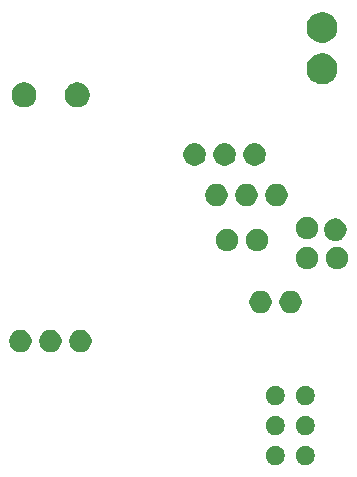
<source format=gbs>
G04 #@! TF.GenerationSoftware,KiCad,Pcbnew,5.1.5-52549c5~86~ubuntu18.04.1*
G04 #@! TF.CreationDate,2020-12-07T21:32:19-08:00*
G04 #@! TF.ProjectId,heat2sound_rx_rev04,68656174-3273-46f7-956e-645f72785f72,rev?*
G04 #@! TF.SameCoordinates,Original*
G04 #@! TF.FileFunction,Soldermask,Bot*
G04 #@! TF.FilePolarity,Negative*
%FSLAX46Y46*%
G04 Gerber Fmt 4.6, Leading zero omitted, Abs format (unit mm)*
G04 Created by KiCad (PCBNEW 5.1.5-52549c5~86~ubuntu18.04.1) date 2020-12-07 21:32:19*
%MOMM*%
%LPD*%
G04 APERTURE LIST*
%ADD10C,0.100000*%
G04 APERTURE END LIST*
D10*
G36*
X180254560Y-138448803D02*
G01*
X180306853Y-138459205D01*
X180454626Y-138520414D01*
X180587621Y-138609279D01*
X180700721Y-138722379D01*
X180789586Y-138855374D01*
X180850795Y-139003147D01*
X180882000Y-139160027D01*
X180882000Y-139319973D01*
X180850795Y-139476853D01*
X180789586Y-139624626D01*
X180700721Y-139757621D01*
X180587621Y-139870721D01*
X180454626Y-139959586D01*
X180306853Y-140020795D01*
X180254560Y-140031197D01*
X180149975Y-140052000D01*
X179990025Y-140052000D01*
X179885440Y-140031197D01*
X179833147Y-140020795D01*
X179685374Y-139959586D01*
X179552379Y-139870721D01*
X179439279Y-139757621D01*
X179350414Y-139624626D01*
X179289205Y-139476853D01*
X179258000Y-139319973D01*
X179258000Y-139160027D01*
X179289205Y-139003147D01*
X179350414Y-138855374D01*
X179439279Y-138722379D01*
X179552379Y-138609279D01*
X179685374Y-138520414D01*
X179833147Y-138459205D01*
X179885440Y-138448803D01*
X179990025Y-138428000D01*
X180149975Y-138428000D01*
X180254560Y-138448803D01*
G37*
G36*
X177714560Y-138448803D02*
G01*
X177766853Y-138459205D01*
X177914626Y-138520414D01*
X178047621Y-138609279D01*
X178160721Y-138722379D01*
X178249586Y-138855374D01*
X178310795Y-139003147D01*
X178342000Y-139160027D01*
X178342000Y-139319973D01*
X178310795Y-139476853D01*
X178249586Y-139624626D01*
X178160721Y-139757621D01*
X178047621Y-139870721D01*
X177914626Y-139959586D01*
X177766853Y-140020795D01*
X177714560Y-140031197D01*
X177609975Y-140052000D01*
X177450025Y-140052000D01*
X177345440Y-140031197D01*
X177293147Y-140020795D01*
X177145374Y-139959586D01*
X177012379Y-139870721D01*
X176899279Y-139757621D01*
X176810414Y-139624626D01*
X176749205Y-139476853D01*
X176718000Y-139319973D01*
X176718000Y-139160027D01*
X176749205Y-139003147D01*
X176810414Y-138855374D01*
X176899279Y-138722379D01*
X177012379Y-138609279D01*
X177145374Y-138520414D01*
X177293147Y-138459205D01*
X177345440Y-138448803D01*
X177450025Y-138428000D01*
X177609975Y-138428000D01*
X177714560Y-138448803D01*
G37*
G36*
X180254560Y-135908803D02*
G01*
X180306853Y-135919205D01*
X180454626Y-135980414D01*
X180587621Y-136069279D01*
X180700721Y-136182379D01*
X180789586Y-136315374D01*
X180850795Y-136463147D01*
X180882000Y-136620027D01*
X180882000Y-136779973D01*
X180850795Y-136936853D01*
X180789586Y-137084626D01*
X180700721Y-137217621D01*
X180587621Y-137330721D01*
X180454626Y-137419586D01*
X180306853Y-137480795D01*
X180254560Y-137491197D01*
X180149975Y-137512000D01*
X179990025Y-137512000D01*
X179885440Y-137491197D01*
X179833147Y-137480795D01*
X179685374Y-137419586D01*
X179552379Y-137330721D01*
X179439279Y-137217621D01*
X179350414Y-137084626D01*
X179289205Y-136936853D01*
X179258000Y-136779973D01*
X179258000Y-136620027D01*
X179289205Y-136463147D01*
X179350414Y-136315374D01*
X179439279Y-136182379D01*
X179552379Y-136069279D01*
X179685374Y-135980414D01*
X179833147Y-135919205D01*
X179885440Y-135908803D01*
X179990025Y-135888000D01*
X180149975Y-135888000D01*
X180254560Y-135908803D01*
G37*
G36*
X177714560Y-135908803D02*
G01*
X177766853Y-135919205D01*
X177914626Y-135980414D01*
X178047621Y-136069279D01*
X178160721Y-136182379D01*
X178249586Y-136315374D01*
X178310795Y-136463147D01*
X178342000Y-136620027D01*
X178342000Y-136779973D01*
X178310795Y-136936853D01*
X178249586Y-137084626D01*
X178160721Y-137217621D01*
X178047621Y-137330721D01*
X177914626Y-137419586D01*
X177766853Y-137480795D01*
X177714560Y-137491197D01*
X177609975Y-137512000D01*
X177450025Y-137512000D01*
X177345440Y-137491197D01*
X177293147Y-137480795D01*
X177145374Y-137419586D01*
X177012379Y-137330721D01*
X176899279Y-137217621D01*
X176810414Y-137084626D01*
X176749205Y-136936853D01*
X176718000Y-136779973D01*
X176718000Y-136620027D01*
X176749205Y-136463147D01*
X176810414Y-136315374D01*
X176899279Y-136182379D01*
X177012379Y-136069279D01*
X177145374Y-135980414D01*
X177293147Y-135919205D01*
X177345440Y-135908803D01*
X177450025Y-135888000D01*
X177609975Y-135888000D01*
X177714560Y-135908803D01*
G37*
G36*
X180254560Y-133368803D02*
G01*
X180306853Y-133379205D01*
X180454626Y-133440414D01*
X180587621Y-133529279D01*
X180700721Y-133642379D01*
X180789586Y-133775374D01*
X180850795Y-133923147D01*
X180882000Y-134080027D01*
X180882000Y-134239973D01*
X180850795Y-134396853D01*
X180789586Y-134544626D01*
X180700721Y-134677621D01*
X180587621Y-134790721D01*
X180454626Y-134879586D01*
X180306853Y-134940795D01*
X180254560Y-134951197D01*
X180149975Y-134972000D01*
X179990025Y-134972000D01*
X179885440Y-134951197D01*
X179833147Y-134940795D01*
X179685374Y-134879586D01*
X179552379Y-134790721D01*
X179439279Y-134677621D01*
X179350414Y-134544626D01*
X179289205Y-134396853D01*
X179258000Y-134239973D01*
X179258000Y-134080027D01*
X179289205Y-133923147D01*
X179350414Y-133775374D01*
X179439279Y-133642379D01*
X179552379Y-133529279D01*
X179685374Y-133440414D01*
X179833147Y-133379205D01*
X179885440Y-133368803D01*
X179990025Y-133348000D01*
X180149975Y-133348000D01*
X180254560Y-133368803D01*
G37*
G36*
X177714560Y-133368803D02*
G01*
X177766853Y-133379205D01*
X177914626Y-133440414D01*
X178047621Y-133529279D01*
X178160721Y-133642379D01*
X178249586Y-133775374D01*
X178310795Y-133923147D01*
X178342000Y-134080027D01*
X178342000Y-134239973D01*
X178310795Y-134396853D01*
X178249586Y-134544626D01*
X178160721Y-134677621D01*
X178047621Y-134790721D01*
X177914626Y-134879586D01*
X177766853Y-134940795D01*
X177714560Y-134951197D01*
X177609975Y-134972000D01*
X177450025Y-134972000D01*
X177345440Y-134951197D01*
X177293147Y-134940795D01*
X177145374Y-134879586D01*
X177012379Y-134790721D01*
X176899279Y-134677621D01*
X176810414Y-134544626D01*
X176749205Y-134396853D01*
X176718000Y-134239973D01*
X176718000Y-134080027D01*
X176749205Y-133923147D01*
X176810414Y-133775374D01*
X176899279Y-133642379D01*
X177012379Y-133529279D01*
X177145374Y-133440414D01*
X177293147Y-133379205D01*
X177345440Y-133368803D01*
X177450025Y-133348000D01*
X177609975Y-133348000D01*
X177714560Y-133368803D01*
G37*
G36*
X161251926Y-128614339D02*
G01*
X161313106Y-128626508D01*
X161485993Y-128698120D01*
X161641591Y-128802088D01*
X161773912Y-128934409D01*
X161877880Y-129090007D01*
X161949492Y-129262894D01*
X161986000Y-129446435D01*
X161986000Y-129633565D01*
X161949492Y-129817106D01*
X161877880Y-129989993D01*
X161773912Y-130145591D01*
X161641591Y-130277912D01*
X161485993Y-130381880D01*
X161313106Y-130453492D01*
X161251926Y-130465661D01*
X161129567Y-130490000D01*
X160942433Y-130490000D01*
X160820074Y-130465661D01*
X160758894Y-130453492D01*
X160586007Y-130381880D01*
X160430409Y-130277912D01*
X160298088Y-130145591D01*
X160194120Y-129989993D01*
X160122508Y-129817106D01*
X160086000Y-129633565D01*
X160086000Y-129446435D01*
X160122508Y-129262894D01*
X160194120Y-129090007D01*
X160298088Y-128934409D01*
X160430409Y-128802088D01*
X160586007Y-128698120D01*
X160758894Y-128626508D01*
X160820074Y-128614339D01*
X160942433Y-128590000D01*
X161129567Y-128590000D01*
X161251926Y-128614339D01*
G37*
G36*
X158711926Y-128614339D02*
G01*
X158773106Y-128626508D01*
X158945993Y-128698120D01*
X159101591Y-128802088D01*
X159233912Y-128934409D01*
X159337880Y-129090007D01*
X159409492Y-129262894D01*
X159446000Y-129446435D01*
X159446000Y-129633565D01*
X159409492Y-129817106D01*
X159337880Y-129989993D01*
X159233912Y-130145591D01*
X159101591Y-130277912D01*
X158945993Y-130381880D01*
X158773106Y-130453492D01*
X158711926Y-130465661D01*
X158589567Y-130490000D01*
X158402433Y-130490000D01*
X158280074Y-130465661D01*
X158218894Y-130453492D01*
X158046007Y-130381880D01*
X157890409Y-130277912D01*
X157758088Y-130145591D01*
X157654120Y-129989993D01*
X157582508Y-129817106D01*
X157546000Y-129633565D01*
X157546000Y-129446435D01*
X157582508Y-129262894D01*
X157654120Y-129090007D01*
X157758088Y-128934409D01*
X157890409Y-128802088D01*
X158046007Y-128698120D01*
X158218894Y-128626508D01*
X158280074Y-128614339D01*
X158402433Y-128590000D01*
X158589567Y-128590000D01*
X158711926Y-128614339D01*
G37*
G36*
X156171926Y-128614339D02*
G01*
X156233106Y-128626508D01*
X156405993Y-128698120D01*
X156561591Y-128802088D01*
X156693912Y-128934409D01*
X156797880Y-129090007D01*
X156869492Y-129262894D01*
X156906000Y-129446435D01*
X156906000Y-129633565D01*
X156869492Y-129817106D01*
X156797880Y-129989993D01*
X156693912Y-130145591D01*
X156561591Y-130277912D01*
X156405993Y-130381880D01*
X156233106Y-130453492D01*
X156171926Y-130465661D01*
X156049567Y-130490000D01*
X155862433Y-130490000D01*
X155740074Y-130465661D01*
X155678894Y-130453492D01*
X155506007Y-130381880D01*
X155350409Y-130277912D01*
X155218088Y-130145591D01*
X155114120Y-129989993D01*
X155042508Y-129817106D01*
X155006000Y-129633565D01*
X155006000Y-129446435D01*
X155042508Y-129262894D01*
X155114120Y-129090007D01*
X155218088Y-128934409D01*
X155350409Y-128802088D01*
X155506007Y-128698120D01*
X155678894Y-128626508D01*
X155740074Y-128614339D01*
X155862433Y-128590000D01*
X156049567Y-128590000D01*
X156171926Y-128614339D01*
G37*
G36*
X179042086Y-125312339D02*
G01*
X179103266Y-125324508D01*
X179276153Y-125396120D01*
X179431751Y-125500088D01*
X179564072Y-125632409D01*
X179668040Y-125788007D01*
X179739652Y-125960894D01*
X179776160Y-126144435D01*
X179776160Y-126331565D01*
X179739652Y-126515106D01*
X179668040Y-126687993D01*
X179564072Y-126843591D01*
X179431751Y-126975912D01*
X179276153Y-127079880D01*
X179103266Y-127151492D01*
X179042086Y-127163661D01*
X178919727Y-127188000D01*
X178732593Y-127188000D01*
X178610234Y-127163661D01*
X178549054Y-127151492D01*
X178376167Y-127079880D01*
X178220569Y-126975912D01*
X178088248Y-126843591D01*
X177984280Y-126687993D01*
X177912668Y-126515106D01*
X177876160Y-126331565D01*
X177876160Y-126144435D01*
X177912668Y-125960894D01*
X177984280Y-125788007D01*
X178088248Y-125632409D01*
X178220569Y-125500088D01*
X178376167Y-125396120D01*
X178549054Y-125324508D01*
X178610234Y-125312339D01*
X178732593Y-125288000D01*
X178919727Y-125288000D01*
X179042086Y-125312339D01*
G37*
G36*
X176502086Y-125312339D02*
G01*
X176563266Y-125324508D01*
X176736153Y-125396120D01*
X176891751Y-125500088D01*
X177024072Y-125632409D01*
X177128040Y-125788007D01*
X177199652Y-125960894D01*
X177236160Y-126144435D01*
X177236160Y-126331565D01*
X177199652Y-126515106D01*
X177128040Y-126687993D01*
X177024072Y-126843591D01*
X176891751Y-126975912D01*
X176736153Y-127079880D01*
X176563266Y-127151492D01*
X176502086Y-127163661D01*
X176379727Y-127188000D01*
X176192593Y-127188000D01*
X176070234Y-127163661D01*
X176009054Y-127151492D01*
X175836167Y-127079880D01*
X175680569Y-126975912D01*
X175548248Y-126843591D01*
X175444280Y-126687993D01*
X175372668Y-126515106D01*
X175336160Y-126331565D01*
X175336160Y-126144435D01*
X175372668Y-125960894D01*
X175444280Y-125788007D01*
X175548248Y-125632409D01*
X175680569Y-125500088D01*
X175836167Y-125396120D01*
X176009054Y-125324508D01*
X176070234Y-125312339D01*
X176192593Y-125288000D01*
X176379727Y-125288000D01*
X176502086Y-125312339D01*
G37*
G36*
X180445926Y-121594339D02*
G01*
X180507106Y-121606508D01*
X180679993Y-121678120D01*
X180835591Y-121782088D01*
X180967912Y-121914409D01*
X181071880Y-122070007D01*
X181143492Y-122242894D01*
X181180000Y-122426435D01*
X181180000Y-122613565D01*
X181143492Y-122797106D01*
X181071880Y-122969993D01*
X180967912Y-123125591D01*
X180835591Y-123257912D01*
X180679993Y-123361880D01*
X180507106Y-123433492D01*
X180445926Y-123445661D01*
X180323567Y-123470000D01*
X180136433Y-123470000D01*
X180014074Y-123445661D01*
X179952894Y-123433492D01*
X179780007Y-123361880D01*
X179624409Y-123257912D01*
X179492088Y-123125591D01*
X179388120Y-122969993D01*
X179316508Y-122797106D01*
X179280000Y-122613565D01*
X179280000Y-122426435D01*
X179316508Y-122242894D01*
X179388120Y-122070007D01*
X179492088Y-121914409D01*
X179624409Y-121782088D01*
X179780007Y-121678120D01*
X179952894Y-121606508D01*
X180014074Y-121594339D01*
X180136433Y-121570000D01*
X180323567Y-121570000D01*
X180445926Y-121594339D01*
G37*
G36*
X182985926Y-121594339D02*
G01*
X183047106Y-121606508D01*
X183219993Y-121678120D01*
X183375591Y-121782088D01*
X183507912Y-121914409D01*
X183611880Y-122070007D01*
X183683492Y-122242894D01*
X183720000Y-122426435D01*
X183720000Y-122613565D01*
X183683492Y-122797106D01*
X183611880Y-122969993D01*
X183507912Y-123125591D01*
X183375591Y-123257912D01*
X183219993Y-123361880D01*
X183047106Y-123433492D01*
X182985926Y-123445661D01*
X182863567Y-123470000D01*
X182676433Y-123470000D01*
X182554074Y-123445661D01*
X182492894Y-123433492D01*
X182320007Y-123361880D01*
X182164409Y-123257912D01*
X182032088Y-123125591D01*
X181928120Y-122969993D01*
X181856508Y-122797106D01*
X181820000Y-122613565D01*
X181820000Y-122426435D01*
X181856508Y-122242894D01*
X181928120Y-122070007D01*
X182032088Y-121914409D01*
X182164409Y-121782088D01*
X182320007Y-121678120D01*
X182492894Y-121606508D01*
X182554074Y-121594339D01*
X182676433Y-121570000D01*
X182863567Y-121570000D01*
X182985926Y-121594339D01*
G37*
G36*
X176221876Y-120073565D02*
G01*
X176286946Y-120086508D01*
X176459833Y-120158120D01*
X176459834Y-120158121D01*
X176607974Y-120257105D01*
X176615431Y-120262088D01*
X176747752Y-120394409D01*
X176851720Y-120550007D01*
X176923332Y-120722894D01*
X176923332Y-120722895D01*
X176950786Y-120860913D01*
X176959840Y-120906435D01*
X176959840Y-121093565D01*
X176923332Y-121277106D01*
X176851720Y-121449993D01*
X176747752Y-121605591D01*
X176615431Y-121737912D01*
X176459833Y-121841880D01*
X176286946Y-121913492D01*
X176225766Y-121925661D01*
X176103407Y-121950000D01*
X175916273Y-121950000D01*
X175793914Y-121925661D01*
X175732734Y-121913492D01*
X175559847Y-121841880D01*
X175404249Y-121737912D01*
X175271928Y-121605591D01*
X175167960Y-121449993D01*
X175096348Y-121277106D01*
X175059840Y-121093565D01*
X175059840Y-120906435D01*
X175068895Y-120860913D01*
X175096348Y-120722895D01*
X175096348Y-120722894D01*
X175167960Y-120550007D01*
X175271928Y-120394409D01*
X175404249Y-120262088D01*
X175411707Y-120257105D01*
X175559846Y-120158121D01*
X175559847Y-120158120D01*
X175732734Y-120086508D01*
X175797804Y-120073565D01*
X175916273Y-120050000D01*
X176103407Y-120050000D01*
X176221876Y-120073565D01*
G37*
G36*
X173681876Y-120073565D02*
G01*
X173746946Y-120086508D01*
X173919833Y-120158120D01*
X173919834Y-120158121D01*
X174067974Y-120257105D01*
X174075431Y-120262088D01*
X174207752Y-120394409D01*
X174311720Y-120550007D01*
X174383332Y-120722894D01*
X174383332Y-120722895D01*
X174410786Y-120860913D01*
X174419840Y-120906435D01*
X174419840Y-121093565D01*
X174383332Y-121277106D01*
X174311720Y-121449993D01*
X174207752Y-121605591D01*
X174075431Y-121737912D01*
X173919833Y-121841880D01*
X173746946Y-121913492D01*
X173685766Y-121925661D01*
X173563407Y-121950000D01*
X173376273Y-121950000D01*
X173253914Y-121925661D01*
X173192734Y-121913492D01*
X173019847Y-121841880D01*
X172864249Y-121737912D01*
X172731928Y-121605591D01*
X172627960Y-121449993D01*
X172556348Y-121277106D01*
X172519840Y-121093565D01*
X172519840Y-120906435D01*
X172528895Y-120860913D01*
X172556348Y-120722895D01*
X172556348Y-120722894D01*
X172627960Y-120550007D01*
X172731928Y-120394409D01*
X172864249Y-120262088D01*
X172871707Y-120257105D01*
X173019846Y-120158121D01*
X173019847Y-120158120D01*
X173192734Y-120086508D01*
X173257804Y-120073565D01*
X173376273Y-120050000D01*
X173563407Y-120050000D01*
X173681876Y-120073565D01*
G37*
G36*
X182842926Y-119197339D02*
G01*
X182904106Y-119209508D01*
X183076993Y-119281120D01*
X183076994Y-119281121D01*
X183216611Y-119374410D01*
X183232591Y-119385088D01*
X183364912Y-119517409D01*
X183468880Y-119673007D01*
X183540492Y-119845894D01*
X183540492Y-119845895D01*
X183577000Y-120029433D01*
X183577000Y-120216567D01*
X183567945Y-120262088D01*
X183540492Y-120400106D01*
X183468880Y-120572993D01*
X183468879Y-120572994D01*
X183364913Y-120728590D01*
X183232590Y-120860913D01*
X183164462Y-120906435D01*
X183076993Y-120964880D01*
X182904106Y-121036492D01*
X182842926Y-121048661D01*
X182720567Y-121073000D01*
X182533433Y-121073000D01*
X182411074Y-121048661D01*
X182349894Y-121036492D01*
X182177007Y-120964880D01*
X182089538Y-120906435D01*
X182021410Y-120860913D01*
X181889087Y-120728590D01*
X181785121Y-120572994D01*
X181785120Y-120572993D01*
X181713508Y-120400106D01*
X181686055Y-120262088D01*
X181677000Y-120216567D01*
X181677000Y-120029433D01*
X181713508Y-119845895D01*
X181713508Y-119845894D01*
X181785120Y-119673007D01*
X181889088Y-119517409D01*
X182021409Y-119385088D01*
X182037390Y-119374410D01*
X182177006Y-119281121D01*
X182177007Y-119281120D01*
X182349894Y-119209508D01*
X182411074Y-119197339D01*
X182533433Y-119173000D01*
X182720567Y-119173000D01*
X182842926Y-119197339D01*
G37*
G36*
X180445926Y-119054339D02*
G01*
X180507106Y-119066508D01*
X180679993Y-119138120D01*
X180835591Y-119242088D01*
X180967912Y-119374409D01*
X181071880Y-119530007D01*
X181143492Y-119702894D01*
X181180000Y-119886435D01*
X181180000Y-120073565D01*
X181143492Y-120257106D01*
X181071880Y-120429993D01*
X181071879Y-120429994D01*
X180967913Y-120585590D01*
X180835590Y-120717913D01*
X180819609Y-120728591D01*
X180679993Y-120821880D01*
X180507106Y-120893492D01*
X180445926Y-120905661D01*
X180323567Y-120930000D01*
X180136433Y-120930000D01*
X180014074Y-120905661D01*
X179952894Y-120893492D01*
X179780007Y-120821880D01*
X179640391Y-120728591D01*
X179624410Y-120717913D01*
X179492087Y-120585590D01*
X179388121Y-120429994D01*
X179388120Y-120429993D01*
X179316508Y-120257106D01*
X179280000Y-120073565D01*
X179280000Y-119886435D01*
X179316508Y-119702894D01*
X179388120Y-119530007D01*
X179492088Y-119374409D01*
X179624409Y-119242088D01*
X179780007Y-119138120D01*
X179952894Y-119066508D01*
X180014074Y-119054339D01*
X180136433Y-119030000D01*
X180323567Y-119030000D01*
X180445926Y-119054339D01*
G37*
G36*
X172775926Y-116274339D02*
G01*
X172837106Y-116286508D01*
X173009993Y-116358120D01*
X173165591Y-116462088D01*
X173297912Y-116594409D01*
X173401880Y-116750007D01*
X173473492Y-116922894D01*
X173510000Y-117106435D01*
X173510000Y-117293565D01*
X173473492Y-117477106D01*
X173401880Y-117649993D01*
X173297912Y-117805591D01*
X173165591Y-117937912D01*
X173009993Y-118041880D01*
X172837106Y-118113492D01*
X172775926Y-118125661D01*
X172653567Y-118150000D01*
X172466433Y-118150000D01*
X172344074Y-118125661D01*
X172282894Y-118113492D01*
X172110007Y-118041880D01*
X171954409Y-117937912D01*
X171822088Y-117805591D01*
X171718120Y-117649993D01*
X171646508Y-117477106D01*
X171610000Y-117293565D01*
X171610000Y-117106435D01*
X171646508Y-116922894D01*
X171718120Y-116750007D01*
X171822088Y-116594409D01*
X171954409Y-116462088D01*
X172110007Y-116358120D01*
X172282894Y-116286508D01*
X172344074Y-116274339D01*
X172466433Y-116250000D01*
X172653567Y-116250000D01*
X172775926Y-116274339D01*
G37*
G36*
X177855926Y-116274339D02*
G01*
X177917106Y-116286508D01*
X178089993Y-116358120D01*
X178245591Y-116462088D01*
X178377912Y-116594409D01*
X178481880Y-116750007D01*
X178553492Y-116922894D01*
X178590000Y-117106435D01*
X178590000Y-117293565D01*
X178553492Y-117477106D01*
X178481880Y-117649993D01*
X178377912Y-117805591D01*
X178245591Y-117937912D01*
X178089993Y-118041880D01*
X177917106Y-118113492D01*
X177855926Y-118125661D01*
X177733567Y-118150000D01*
X177546433Y-118150000D01*
X177424074Y-118125661D01*
X177362894Y-118113492D01*
X177190007Y-118041880D01*
X177034409Y-117937912D01*
X176902088Y-117805591D01*
X176798120Y-117649993D01*
X176726508Y-117477106D01*
X176690000Y-117293565D01*
X176690000Y-117106435D01*
X176726508Y-116922894D01*
X176798120Y-116750007D01*
X176902088Y-116594409D01*
X177034409Y-116462088D01*
X177190007Y-116358120D01*
X177362894Y-116286508D01*
X177424074Y-116274339D01*
X177546433Y-116250000D01*
X177733567Y-116250000D01*
X177855926Y-116274339D01*
G37*
G36*
X175315926Y-116274339D02*
G01*
X175377106Y-116286508D01*
X175549993Y-116358120D01*
X175705591Y-116462088D01*
X175837912Y-116594409D01*
X175941880Y-116750007D01*
X176013492Y-116922894D01*
X176050000Y-117106435D01*
X176050000Y-117293565D01*
X176013492Y-117477106D01*
X175941880Y-117649993D01*
X175837912Y-117805591D01*
X175705591Y-117937912D01*
X175549993Y-118041880D01*
X175377106Y-118113492D01*
X175315926Y-118125661D01*
X175193567Y-118150000D01*
X175006433Y-118150000D01*
X174884074Y-118125661D01*
X174822894Y-118113492D01*
X174650007Y-118041880D01*
X174494409Y-117937912D01*
X174362088Y-117805591D01*
X174258120Y-117649993D01*
X174186508Y-117477106D01*
X174150000Y-117293565D01*
X174150000Y-117106435D01*
X174186508Y-116922894D01*
X174258120Y-116750007D01*
X174362088Y-116594409D01*
X174494409Y-116462088D01*
X174650007Y-116358120D01*
X174822894Y-116286508D01*
X174884074Y-116274339D01*
X175006433Y-116250000D01*
X175193567Y-116250000D01*
X175315926Y-116274339D01*
G37*
G36*
X173465926Y-112824339D02*
G01*
X173527106Y-112836508D01*
X173699993Y-112908120D01*
X173855591Y-113012088D01*
X173987912Y-113144409D01*
X174091880Y-113300007D01*
X174163492Y-113472894D01*
X174200000Y-113656435D01*
X174200000Y-113843565D01*
X174163492Y-114027106D01*
X174091880Y-114199993D01*
X173987912Y-114355591D01*
X173855591Y-114487912D01*
X173699993Y-114591880D01*
X173527106Y-114663492D01*
X173465926Y-114675661D01*
X173343567Y-114700000D01*
X173156433Y-114700000D01*
X173034074Y-114675661D01*
X172972894Y-114663492D01*
X172800007Y-114591880D01*
X172644409Y-114487912D01*
X172512088Y-114355591D01*
X172408120Y-114199993D01*
X172336508Y-114027106D01*
X172300000Y-113843565D01*
X172300000Y-113656435D01*
X172336508Y-113472894D01*
X172408120Y-113300007D01*
X172512088Y-113144409D01*
X172644409Y-113012088D01*
X172800007Y-112908120D01*
X172972894Y-112836508D01*
X173034074Y-112824339D01*
X173156433Y-112800000D01*
X173343567Y-112800000D01*
X173465926Y-112824339D01*
G37*
G36*
X176005926Y-112824339D02*
G01*
X176067106Y-112836508D01*
X176239993Y-112908120D01*
X176395591Y-113012088D01*
X176527912Y-113144409D01*
X176631880Y-113300007D01*
X176703492Y-113472894D01*
X176740000Y-113656435D01*
X176740000Y-113843565D01*
X176703492Y-114027106D01*
X176631880Y-114199993D01*
X176527912Y-114355591D01*
X176395591Y-114487912D01*
X176239993Y-114591880D01*
X176067106Y-114663492D01*
X176005926Y-114675661D01*
X175883567Y-114700000D01*
X175696433Y-114700000D01*
X175574074Y-114675661D01*
X175512894Y-114663492D01*
X175340007Y-114591880D01*
X175184409Y-114487912D01*
X175052088Y-114355591D01*
X174948120Y-114199993D01*
X174876508Y-114027106D01*
X174840000Y-113843565D01*
X174840000Y-113656435D01*
X174876508Y-113472894D01*
X174948120Y-113300007D01*
X175052088Y-113144409D01*
X175184409Y-113012088D01*
X175340007Y-112908120D01*
X175512894Y-112836508D01*
X175574074Y-112824339D01*
X175696433Y-112800000D01*
X175883567Y-112800000D01*
X176005926Y-112824339D01*
G37*
G36*
X170925926Y-112824339D02*
G01*
X170987106Y-112836508D01*
X171159993Y-112908120D01*
X171315591Y-113012088D01*
X171447912Y-113144409D01*
X171551880Y-113300007D01*
X171623492Y-113472894D01*
X171660000Y-113656435D01*
X171660000Y-113843565D01*
X171623492Y-114027106D01*
X171551880Y-114199993D01*
X171447912Y-114355591D01*
X171315591Y-114487912D01*
X171159993Y-114591880D01*
X170987106Y-114663492D01*
X170925926Y-114675661D01*
X170803567Y-114700000D01*
X170616433Y-114700000D01*
X170494074Y-114675661D01*
X170432894Y-114663492D01*
X170260007Y-114591880D01*
X170104409Y-114487912D01*
X169972088Y-114355591D01*
X169868120Y-114199993D01*
X169796508Y-114027106D01*
X169760000Y-113843565D01*
X169760000Y-113656435D01*
X169796508Y-113472894D01*
X169868120Y-113300007D01*
X169972088Y-113144409D01*
X170104409Y-113012088D01*
X170260007Y-112908120D01*
X170432894Y-112836508D01*
X170494074Y-112824339D01*
X170616433Y-112800000D01*
X170803567Y-112800000D01*
X170925926Y-112824339D01*
G37*
G36*
X161072885Y-107702841D02*
G01*
X161263880Y-107781954D01*
X161435771Y-107896808D01*
X161581952Y-108042989D01*
X161696806Y-108214880D01*
X161775919Y-108405875D01*
X161816250Y-108608634D01*
X161816250Y-108815366D01*
X161775919Y-109018125D01*
X161696806Y-109209120D01*
X161581952Y-109381011D01*
X161435771Y-109527192D01*
X161263880Y-109642046D01*
X161072885Y-109721159D01*
X160870126Y-109761490D01*
X160663394Y-109761490D01*
X160460635Y-109721159D01*
X160269640Y-109642046D01*
X160097749Y-109527192D01*
X159951568Y-109381011D01*
X159836714Y-109209120D01*
X159757601Y-109018125D01*
X159717270Y-108815366D01*
X159717270Y-108608634D01*
X159757601Y-108405875D01*
X159836714Y-108214880D01*
X159951568Y-108042989D01*
X160097749Y-107896808D01*
X160269640Y-107781954D01*
X160460635Y-107702841D01*
X160663394Y-107662510D01*
X160870126Y-107662510D01*
X161072885Y-107702841D01*
G37*
G36*
X156572005Y-107702841D02*
G01*
X156763000Y-107781954D01*
X156934891Y-107896808D01*
X157081072Y-108042989D01*
X157195926Y-108214880D01*
X157275039Y-108405875D01*
X157315370Y-108608634D01*
X157315370Y-108815366D01*
X157275039Y-109018125D01*
X157195926Y-109209120D01*
X157081072Y-109381011D01*
X156934891Y-109527192D01*
X156763000Y-109642046D01*
X156572005Y-109721159D01*
X156369246Y-109761490D01*
X156162514Y-109761490D01*
X155959755Y-109721159D01*
X155768760Y-109642046D01*
X155596869Y-109527192D01*
X155450688Y-109381011D01*
X155335834Y-109209120D01*
X155256721Y-109018125D01*
X155216390Y-108815366D01*
X155216390Y-108608634D01*
X155256721Y-108405875D01*
X155335834Y-108214880D01*
X155450688Y-108042989D01*
X155596869Y-107896808D01*
X155768760Y-107781954D01*
X155959755Y-107702841D01*
X156162514Y-107662510D01*
X156369246Y-107662510D01*
X156572005Y-107702841D01*
G37*
G36*
X181879196Y-105250018D02*
G01*
X182115781Y-105348015D01*
X182328702Y-105490284D01*
X182509776Y-105671358D01*
X182652045Y-105884279D01*
X182750042Y-106120864D01*
X182800000Y-106372021D01*
X182800000Y-106628099D01*
X182750042Y-106879256D01*
X182652045Y-107115841D01*
X182509776Y-107328762D01*
X182328702Y-107509836D01*
X182115781Y-107652105D01*
X181879196Y-107750102D01*
X181628039Y-107800060D01*
X181371961Y-107800060D01*
X181120804Y-107750102D01*
X180884219Y-107652105D01*
X180671298Y-107509836D01*
X180490224Y-107328762D01*
X180347955Y-107115841D01*
X180249958Y-106879256D01*
X180200000Y-106628099D01*
X180200000Y-106372021D01*
X180249958Y-106120864D01*
X180347955Y-105884279D01*
X180490224Y-105671358D01*
X180671298Y-105490284D01*
X180884219Y-105348015D01*
X181120804Y-105250018D01*
X181371961Y-105200060D01*
X181628039Y-105200060D01*
X181879196Y-105250018D01*
G37*
G36*
X181879196Y-101749898D02*
G01*
X182115781Y-101847895D01*
X182328702Y-101990164D01*
X182509776Y-102171238D01*
X182652045Y-102384159D01*
X182750042Y-102620744D01*
X182800000Y-102871901D01*
X182800000Y-103127979D01*
X182750042Y-103379136D01*
X182652045Y-103615721D01*
X182509776Y-103828642D01*
X182328702Y-104009716D01*
X182115781Y-104151985D01*
X181879196Y-104249982D01*
X181628039Y-104299940D01*
X181371961Y-104299940D01*
X181120804Y-104249982D01*
X180884219Y-104151985D01*
X180671298Y-104009716D01*
X180490224Y-103828642D01*
X180347955Y-103615721D01*
X180249958Y-103379136D01*
X180200000Y-103127979D01*
X180200000Y-102871901D01*
X180249958Y-102620744D01*
X180347955Y-102384159D01*
X180490224Y-102171238D01*
X180671298Y-101990164D01*
X180884219Y-101847895D01*
X181120804Y-101749898D01*
X181371961Y-101699940D01*
X181628039Y-101699940D01*
X181879196Y-101749898D01*
G37*
M02*

</source>
